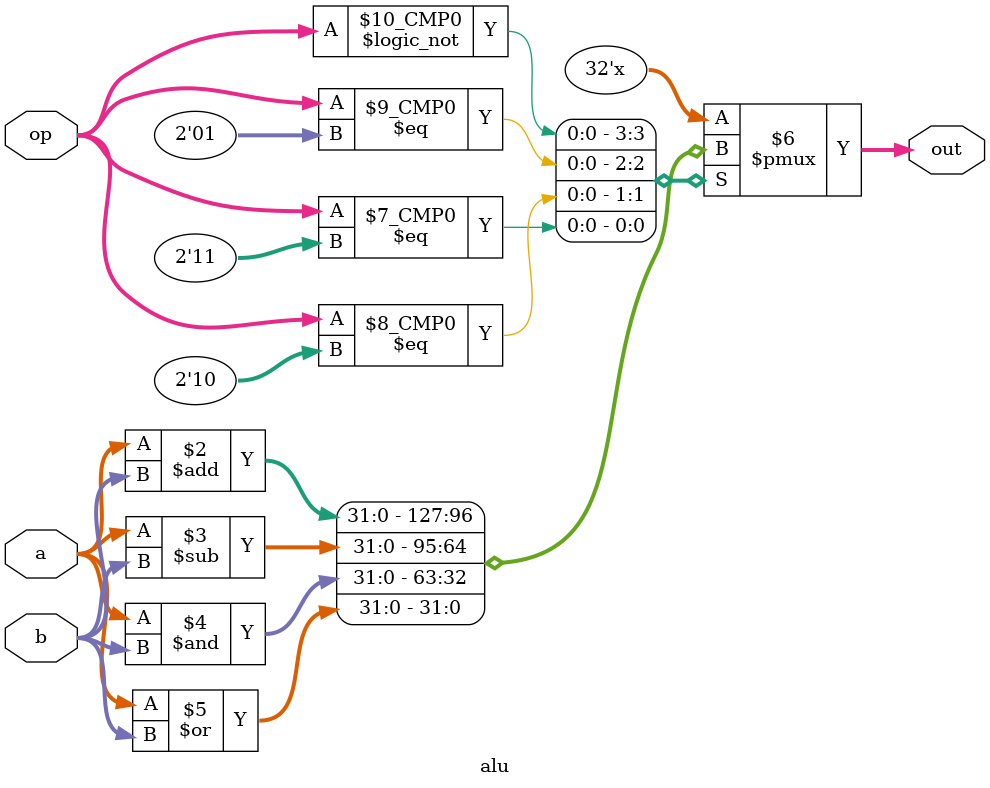
<source format=v>
module alu(
	input [31:0] a, b,
	input [1:0] op,
	output reg [31:0] out
);

always @ (a, b, op) begin
	case (op) 
		0: out = a + b;
		1: out = a - b;
		2: out = a & b;
		3: out = a | b;
		default: out = 32'hXXXX;
	endcase
end

endmodule


</source>
